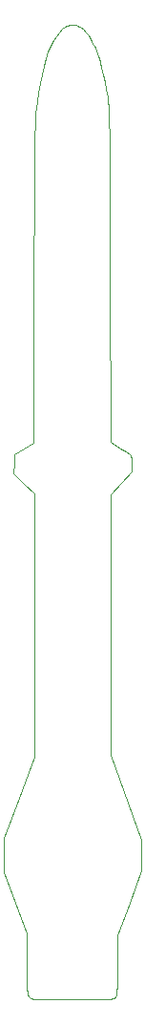
<source format=gbr>
G04 #@! TF.GenerationSoftware,KiCad,Pcbnew,(6.99.0-2452-gdb4f2d9dd8)*
G04 #@! TF.CreationDate,2022-08-02T18:08:53-05:00*
G04 #@! TF.ProjectId,Blue Origin,426c7565-204f-4726-9967-696e2e6b6963,rev?*
G04 #@! TF.SameCoordinates,Original*
G04 #@! TF.FileFunction,Profile,NP*
%FSLAX46Y46*%
G04 Gerber Fmt 4.6, Leading zero omitted, Abs format (unit mm)*
G04 Created by KiCad (PCBNEW (6.99.0-2452-gdb4f2d9dd8)) date 2022-08-02 18:08:53*
%MOMM*%
%LPD*%
G01*
G04 APERTURE LIST*
G04 #@! TA.AperFunction,Profile*
%ADD10C,0.105833*%
G04 #@! TD*
G04 APERTURE END LIST*
D10*
X81296341Y-115359810D02*
X81296341Y-115360274D01*
X81296341Y-115359810D02*
X81296341Y-115359810D01*
X81324312Y-115401001D02*
X81296341Y-115359810D01*
X81351730Y-115437679D02*
X81324312Y-115401001D01*
X81379428Y-115470099D02*
X81351730Y-115437679D01*
X81408235Y-115498518D02*
X81379428Y-115470099D01*
X81438983Y-115523192D02*
X81408235Y-115498518D01*
X81472503Y-115544377D02*
X81438983Y-115523192D01*
X81509626Y-115562328D02*
X81472503Y-115544377D01*
X81551184Y-115577303D02*
X81509626Y-115562328D01*
X81598007Y-115589557D02*
X81551184Y-115577303D01*
X81650926Y-115599346D02*
X81598007Y-115589557D01*
X81710773Y-115606926D02*
X81650926Y-115599346D01*
X81778379Y-115612554D02*
X81710773Y-115606926D01*
X81854574Y-115616485D02*
X81778379Y-115612554D01*
X81940190Y-115618977D02*
X81854574Y-115616485D01*
X82143009Y-115620662D02*
X81940190Y-115618977D01*
X82143009Y-115620662D02*
X82143009Y-115620662D01*
X83166469Y-115618335D02*
X82143009Y-115620662D01*
X84358191Y-115610066D02*
X83166469Y-115618335D01*
X84358191Y-115610066D02*
X84358191Y-115610066D01*
X87475418Y-115610872D02*
X84358191Y-115610066D01*
X87475418Y-115610872D02*
X87475418Y-115610872D01*
X87885100Y-115610883D02*
X87475418Y-115610872D01*
X88055256Y-115610508D02*
X87885100Y-115610883D01*
X88204470Y-115609536D02*
X88055256Y-115610508D01*
X88334379Y-115607708D02*
X88204470Y-115609536D01*
X88446618Y-115604766D02*
X88334379Y-115607708D01*
X88496622Y-115602797D02*
X88446618Y-115604766D01*
X88542823Y-115600452D02*
X88496622Y-115602797D01*
X88585424Y-115597700D02*
X88542823Y-115600452D01*
X88624630Y-115594507D02*
X88585424Y-115597700D01*
X88660645Y-115590842D02*
X88624630Y-115594507D01*
X88693675Y-115586673D02*
X88660645Y-115590842D01*
X88723923Y-115581967D02*
X88693675Y-115586673D01*
X88751595Y-115576692D02*
X88723923Y-115581967D01*
X88776894Y-115570815D02*
X88751595Y-115576692D01*
X88800025Y-115564305D02*
X88776894Y-115570815D01*
X88821192Y-115557129D02*
X88800025Y-115564305D01*
X88840601Y-115549254D02*
X88821192Y-115557129D01*
X88858455Y-115540649D02*
X88840601Y-115549254D01*
X88874959Y-115531281D02*
X88858455Y-115540649D01*
X88890317Y-115521118D02*
X88874959Y-115531281D01*
X88904735Y-115510128D02*
X88890317Y-115521118D01*
X88918416Y-115498278D02*
X88904735Y-115510128D01*
X88931565Y-115485536D02*
X88918416Y-115498278D01*
X88944387Y-115471870D02*
X88931565Y-115485536D01*
X88957086Y-115457247D02*
X88944387Y-115471870D01*
X88957086Y-115457247D02*
X88957086Y-115457247D01*
X89006618Y-115400493D02*
X88957086Y-115457247D01*
X89012994Y-115390572D02*
X89006618Y-115400493D01*
X89022619Y-115373929D02*
X89012994Y-115390572D01*
X89062918Y-115303621D02*
X89022619Y-115373929D01*
X89062918Y-115303621D02*
X89062918Y-115303621D01*
X89073727Y-115275757D02*
X89062918Y-115303621D01*
X89084227Y-115229819D02*
X89073727Y-115275757D01*
X89104084Y-115083192D02*
X89084227Y-115229819D01*
X89122060Y-114862682D02*
X89104084Y-115083192D01*
X89137728Y-114567232D02*
X89122060Y-114862682D01*
X89150659Y-114195784D02*
X89137728Y-114567232D01*
X89160426Y-113747281D02*
X89150659Y-114195784D01*
X89168753Y-112614876D02*
X89160426Y-113747281D01*
X89168753Y-112614876D02*
X89168753Y-112614876D01*
X89168753Y-109926131D02*
X89168753Y-112614876D01*
X89168753Y-109926131D02*
X89168753Y-109926131D01*
X90227084Y-107053865D02*
X89168753Y-109926131D01*
X90227084Y-107053865D02*
X90227084Y-107053865D01*
X91285415Y-104181606D02*
X90227084Y-107053865D01*
X91285415Y-104181606D02*
X91285415Y-104181606D01*
X91285415Y-102858473D02*
X91285415Y-104181606D01*
X91285415Y-102858473D02*
X91285415Y-102858473D01*
X91285415Y-101535347D02*
X91285415Y-102858473D01*
X91285415Y-101535347D02*
X91285415Y-101535347D01*
X88533752Y-93975301D02*
X91285415Y-101535347D01*
X88533752Y-93975301D02*
X88533752Y-93975301D01*
X88533752Y-82414534D02*
X88533752Y-93975301D01*
X88533752Y-82414534D02*
X88533752Y-82414534D01*
X88533752Y-70853768D02*
X88533752Y-82414534D01*
X88533752Y-70853768D02*
X88533752Y-70853768D01*
X89486252Y-69853926D02*
X88533752Y-70853768D01*
X89486252Y-69853926D02*
X89486252Y-69853926D01*
X90438751Y-68854085D02*
X89486252Y-69853926D01*
X90438751Y-68854085D02*
X90438751Y-68854085D01*
X90437152Y-68186983D02*
X90438751Y-68854085D01*
X90437152Y-68186983D02*
X90437152Y-68186983D01*
X90435239Y-68050502D02*
X90437152Y-68186983D01*
X90430387Y-67918390D02*
X90435239Y-68050502D01*
X90422921Y-67793881D02*
X90430387Y-67918390D01*
X90413166Y-67680209D02*
X90422921Y-67793881D01*
X90407533Y-67628447D02*
X90413166Y-67680209D01*
X90401449Y-67580608D02*
X90407533Y-67628447D01*
X90394956Y-67537094D02*
X90401449Y-67580608D01*
X90388094Y-67498311D02*
X90394956Y-67537094D01*
X90380905Y-67464663D02*
X90388094Y-67498311D01*
X90373428Y-67436553D02*
X90380905Y-67464663D01*
X90365705Y-67414387D02*
X90373428Y-67436553D01*
X90357776Y-67398567D02*
X90365705Y-67414387D01*
X90357776Y-67398567D02*
X90357776Y-67398567D01*
X90345463Y-67383485D02*
X90357776Y-67398567D01*
X90324876Y-67363481D02*
X90345463Y-67383485D01*
X90260778Y-67310033D02*
X90324876Y-67363481D01*
X90169273Y-67240875D02*
X90260778Y-67310033D01*
X90054153Y-67158657D02*
X90169273Y-67240875D01*
X89919210Y-67066030D02*
X90054153Y-67158657D01*
X89768235Y-66965646D02*
X89919210Y-67066030D01*
X89605019Y-66860156D02*
X89768235Y-66965646D01*
X89433356Y-66752211D02*
X89605019Y-66860156D01*
X89433356Y-66752211D02*
X89433356Y-66752211D01*
X88586688Y-66227169D02*
X89433356Y-66752211D01*
X88586688Y-66227169D02*
X88586688Y-66227169D01*
X88528039Y-51527690D02*
X88586688Y-66227169D01*
X88528039Y-51527690D02*
X88528039Y-51527690D01*
X88491187Y-43632587D02*
X88528039Y-51527690D01*
X88471780Y-40986025D02*
X88491187Y-43632587D01*
X88449116Y-39035057D02*
X88471780Y-40986025D01*
X88421244Y-37650883D02*
X88449116Y-39035057D01*
X88404745Y-37131093D02*
X88421244Y-37650883D01*
X88386211Y-36704703D02*
X88404745Y-37131093D01*
X88365400Y-36355611D02*
X88386211Y-36704703D01*
X88342067Y-36067718D02*
X88365400Y-36355611D01*
X88315968Y-35824924D02*
X88342067Y-36067718D01*
X88286859Y-35611128D02*
X88315968Y-35824924D01*
X88286859Y-35611128D02*
X88286859Y-35611128D01*
X88172774Y-34904327D02*
X88286859Y-35611128D01*
X88048277Y-34234867D02*
X88172774Y-34904327D01*
X87913701Y-33603490D02*
X88048277Y-34234867D01*
X87769382Y-33010938D02*
X87913701Y-33603490D01*
X87615652Y-32457954D02*
X87769382Y-33010938D01*
X87535363Y-32196532D02*
X87615652Y-32457954D01*
X87452847Y-31945280D02*
X87535363Y-32196532D01*
X87368146Y-31704291D02*
X87452847Y-31945280D01*
X87281301Y-31473658D02*
X87368146Y-31704291D01*
X87192354Y-31253473D02*
X87281301Y-31473658D01*
X87101348Y-31043830D02*
X87192354Y-31253473D01*
X87008323Y-30844821D02*
X87101348Y-31043830D01*
X86913322Y-30656540D02*
X87008323Y-30844821D01*
X86816386Y-30479078D02*
X86913322Y-30656540D01*
X86717558Y-30312528D02*
X86816386Y-30479078D01*
X86616878Y-30156984D02*
X86717558Y-30312528D01*
X86514390Y-30012538D02*
X86616878Y-30156984D01*
X86410134Y-29879282D02*
X86514390Y-30012538D01*
X86304152Y-29757311D02*
X86410134Y-29879282D01*
X86196486Y-29646716D02*
X86304152Y-29757311D01*
X86087178Y-29547590D02*
X86196486Y-29646716D01*
X85976270Y-29460026D02*
X86087178Y-29547590D01*
X85863804Y-29384117D02*
X85976270Y-29460026D01*
X85749821Y-29319956D02*
X85863804Y-29384117D01*
X85634362Y-29267635D02*
X85749821Y-29319956D01*
X85517471Y-29227247D02*
X85634362Y-29267635D01*
X85399188Y-29198885D02*
X85517471Y-29227247D01*
X85399188Y-29198885D02*
X85399188Y-29198885D01*
X85246937Y-29179660D02*
X85399188Y-29198885D01*
X85096641Y-29179339D02*
X85246937Y-29179660D01*
X84948387Y-29197730D02*
X85096641Y-29179339D01*
X84802260Y-29234642D02*
X84948387Y-29197730D01*
X84658344Y-29289884D02*
X84802260Y-29234642D01*
X84516726Y-29363263D02*
X84658344Y-29289884D01*
X84240721Y-29563671D02*
X84516726Y-29363263D01*
X83974929Y-29834333D02*
X84240721Y-29563671D01*
X83720030Y-30173719D02*
X83974929Y-29834333D01*
X83476707Y-30580296D02*
X83720030Y-30173719D01*
X83245643Y-31052534D02*
X83476707Y-30580296D01*
X83027518Y-31588900D02*
X83245643Y-31052534D01*
X82823016Y-32187863D02*
X83027518Y-31588900D01*
X82632818Y-32847891D02*
X82823016Y-32187863D01*
X82457606Y-33567454D02*
X82632818Y-32847891D01*
X82298064Y-34345018D02*
X82457606Y-33567454D01*
X82154871Y-35179054D02*
X82298064Y-34345018D01*
X82028712Y-36068029D02*
X82154871Y-35179054D01*
X81920267Y-37010411D02*
X82028712Y-36068029D01*
X81920267Y-37010411D02*
X81920267Y-37010411D01*
X81874942Y-37852212D02*
X81920267Y-37010411D01*
X81838531Y-39301741D02*
X81874942Y-37852212D01*
X81788832Y-43427408D02*
X81838531Y-39301741D01*
X81756574Y-52409160D02*
X81788832Y-43427408D01*
X81756574Y-52409160D02*
X81756574Y-52409160D01*
X81752695Y-66249880D02*
X81756574Y-52409160D01*
X81752695Y-66249880D02*
X81752695Y-66249880D01*
X80883432Y-66782735D02*
X81752695Y-66249880D01*
X80883432Y-66782735D02*
X80883432Y-66782735D01*
X80014170Y-67315590D02*
X80883432Y-66782735D01*
X80014170Y-67315590D02*
X80014170Y-67315590D01*
X79984357Y-68158565D02*
X80014170Y-67315590D01*
X79984357Y-68158565D02*
X79984357Y-68158565D01*
X79954545Y-69001546D02*
X79984357Y-68158565D01*
X79954545Y-69001546D02*
X79954545Y-69001546D01*
X80857480Y-69898787D02*
X79954545Y-69001546D01*
X80857480Y-69898787D02*
X80857480Y-69898787D01*
X81760416Y-70796034D02*
X80857480Y-69898787D01*
X81760416Y-70796034D02*
X81760416Y-70796034D01*
X81760416Y-82455355D02*
X81760416Y-70796034D01*
X81760416Y-82455355D02*
X81760416Y-82455355D01*
X81760416Y-94114681D02*
X81760416Y-82455355D01*
X81760416Y-94114681D02*
X81760416Y-94114681D01*
X80437501Y-97731087D02*
X81760416Y-94114681D01*
X80437501Y-97731087D02*
X80437501Y-97731087D01*
X79114585Y-101347493D02*
X80437501Y-97731087D01*
X79114585Y-101347493D02*
X79114585Y-101347493D01*
X79114585Y-102851992D02*
X79114585Y-101347493D01*
X79114585Y-102851992D02*
X79114585Y-102851992D01*
X79114585Y-104356490D02*
X79114585Y-102851992D01*
X79114585Y-104356490D02*
X79114585Y-104356490D01*
X80120002Y-107082186D02*
X79114585Y-104356490D01*
X80120002Y-107082186D02*
X80120002Y-107082186D01*
X81125418Y-109807881D02*
X80120002Y-107082186D01*
X81125418Y-109807881D02*
X81125418Y-109807881D01*
X81125418Y-112453646D02*
X81125418Y-109807881D01*
X81125418Y-112453646D02*
X81125418Y-112453646D01*
X81126782Y-113217503D02*
X81125418Y-112453646D01*
X81131619Y-113828807D02*
X81126782Y-113217503D01*
X81135690Y-114083207D02*
X81131619Y-113828807D01*
X81141050Y-114306616D02*
X81135690Y-114083207D01*
X81147838Y-114501415D02*
X81141050Y-114306616D01*
X81156195Y-114669988D02*
X81147838Y-114501415D01*
X81166262Y-114814716D02*
X81156195Y-114669988D01*
X81178177Y-114937981D02*
X81166262Y-114814716D01*
X81192081Y-115042166D02*
X81178177Y-114937981D01*
X81208115Y-115129654D02*
X81192081Y-115042166D01*
X81216974Y-115167881D02*
X81208115Y-115129654D01*
X81226417Y-115202826D02*
X81216974Y-115167881D01*
X81236463Y-115234789D02*
X81226417Y-115202826D01*
X81247129Y-115264066D02*
X81236463Y-115234789D01*
X81258432Y-115290955D02*
X81247129Y-115264066D01*
X81270391Y-115315754D02*
X81258432Y-115290955D01*
X81283021Y-115338761D02*
X81270391Y-115315754D01*
X81296341Y-115360274D02*
X81283021Y-115338761D01*
M02*

</source>
